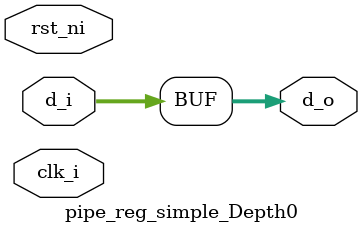
<source format=v>
module pipe_reg_simple_Depth0(	// /tmp/tmp.UI4gHY8z1T/11620_OpenABC_leaf_level_verilog_nangate45_ariane136_pipe_reg_simple_Depth0.cleaned.mlir:2:3
  input          clk_i,	// /tmp/tmp.UI4gHY8z1T/11620_OpenABC_leaf_level_verilog_nangate45_ariane136_pipe_reg_simple_Depth0.cleaned.mlir:2:40
                 rst_ni,	// /tmp/tmp.UI4gHY8z1T/11620_OpenABC_leaf_level_verilog_nangate45_ariane136_pipe_reg_simple_Depth0.cleaned.mlir:2:56
  input  [196:0] d_i,	// /tmp/tmp.UI4gHY8z1T/11620_OpenABC_leaf_level_verilog_nangate45_ariane136_pipe_reg_simple_Depth0.cleaned.mlir:2:73
  output [196:0] d_o	// /tmp/tmp.UI4gHY8z1T/11620_OpenABC_leaf_level_verilog_nangate45_ariane136_pipe_reg_simple_Depth0.cleaned.mlir:2:90
);

  assign d_o = d_i;	// /tmp/tmp.UI4gHY8z1T/11620_OpenABC_leaf_level_verilog_nangate45_ariane136_pipe_reg_simple_Depth0.cleaned.mlir:3:5
endmodule


</source>
